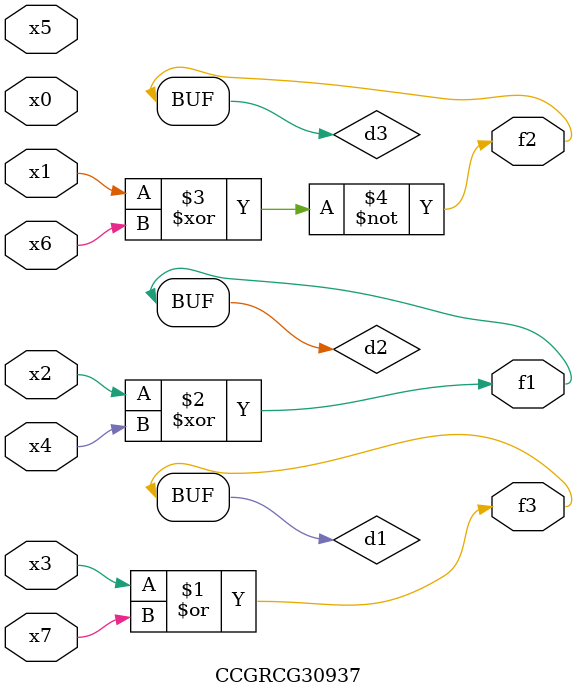
<source format=v>
module CCGRCG30937(
	input x0, x1, x2, x3, x4, x5, x6, x7,
	output f1, f2, f3
);

	wire d1, d2, d3;

	or (d1, x3, x7);
	xor (d2, x2, x4);
	xnor (d3, x1, x6);
	assign f1 = d2;
	assign f2 = d3;
	assign f3 = d1;
endmodule

</source>
